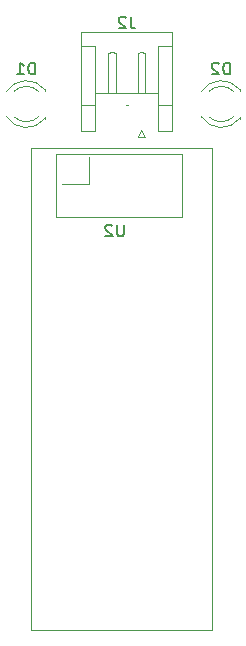
<source format=gbr>
%TF.GenerationSoftware,KiCad,Pcbnew,(6.0.11)*%
%TF.CreationDate,2023-02-26T16:40:05+01:00*%
%TF.ProjectId,OpenDTU_Breakout,4f70656e-4454-4555-9f42-7265616b6f75,rev?*%
%TF.SameCoordinates,Original*%
%TF.FileFunction,Legend,Bot*%
%TF.FilePolarity,Positive*%
%FSLAX46Y46*%
G04 Gerber Fmt 4.6, Leading zero omitted, Abs format (unit mm)*
G04 Created by KiCad (PCBNEW (6.0.11)) date 2023-02-26 16:40:05*
%MOMM*%
%LPD*%
G01*
G04 APERTURE LIST*
%ADD10C,0.150000*%
%ADD11C,0.120000*%
G04 APERTURE END LIST*
D10*
%TO.C,D2*%
X142743095Y-86992380D02*
X142743095Y-85992380D01*
X142505000Y-85992380D01*
X142362142Y-86040000D01*
X142266904Y-86135238D01*
X142219285Y-86230476D01*
X142171666Y-86420952D01*
X142171666Y-86563809D01*
X142219285Y-86754285D01*
X142266904Y-86849523D01*
X142362142Y-86944761D01*
X142505000Y-86992380D01*
X142743095Y-86992380D01*
X141790714Y-86087619D02*
X141743095Y-86040000D01*
X141647857Y-85992380D01*
X141409761Y-85992380D01*
X141314523Y-86040000D01*
X141266904Y-86087619D01*
X141219285Y-86182857D01*
X141219285Y-86278095D01*
X141266904Y-86420952D01*
X141838333Y-86992380D01*
X141219285Y-86992380D01*
%TO.C,U2*%
X133761904Y-99702380D02*
X133761904Y-100511904D01*
X133714285Y-100607142D01*
X133666666Y-100654761D01*
X133571428Y-100702380D01*
X133380952Y-100702380D01*
X133285714Y-100654761D01*
X133238095Y-100607142D01*
X133190476Y-100511904D01*
X133190476Y-99702380D01*
X132761904Y-99797619D02*
X132714285Y-99750000D01*
X132619047Y-99702380D01*
X132380952Y-99702380D01*
X132285714Y-99750000D01*
X132238095Y-99797619D01*
X132190476Y-99892857D01*
X132190476Y-99988095D01*
X132238095Y-100130952D01*
X132809523Y-100702380D01*
X132190476Y-100702380D01*
%TO.C,J2*%
X134333333Y-82089880D02*
X134333333Y-82804166D01*
X134380952Y-82947023D01*
X134476190Y-83042261D01*
X134619047Y-83089880D01*
X134714285Y-83089880D01*
X133904761Y-82185119D02*
X133857142Y-82137500D01*
X133761904Y-82089880D01*
X133523809Y-82089880D01*
X133428571Y-82137500D01*
X133380952Y-82185119D01*
X133333333Y-82280357D01*
X133333333Y-82375595D01*
X133380952Y-82518452D01*
X133952380Y-83089880D01*
X133333333Y-83089880D01*
%TO.C,D1*%
X126243095Y-86992380D02*
X126243095Y-85992380D01*
X126005000Y-85992380D01*
X125862142Y-86040000D01*
X125766904Y-86135238D01*
X125719285Y-86230476D01*
X125671666Y-86420952D01*
X125671666Y-86563809D01*
X125719285Y-86754285D01*
X125766904Y-86849523D01*
X125862142Y-86944761D01*
X126005000Y-86992380D01*
X126243095Y-86992380D01*
X124719285Y-86992380D02*
X125290714Y-86992380D01*
X125005000Y-86992380D02*
X125005000Y-85992380D01*
X125100238Y-86135238D01*
X125195476Y-86230476D01*
X125290714Y-86278095D01*
D11*
%TO.C,D2*%
X143565000Y-88264000D02*
X143565000Y-88420000D01*
X143565000Y-90580000D02*
X143565000Y-90736000D01*
X143045961Y-88420000D02*
G75*
G03*
X140963870Y-88420163I-1040961J-1080000D01*
G01*
X143565000Y-88264484D02*
G75*
G03*
X140332665Y-88421392I-1560000J-1235516D01*
G01*
X140332665Y-90578608D02*
G75*
G03*
X143565000Y-90735516I1672335J1078608D01*
G01*
X140963870Y-90579837D02*
G75*
G03*
X143045961Y-90580000I1041130J1079837D01*
G01*
%TO.C,U2*%
X130770000Y-96270000D02*
X130770000Y-93984000D01*
X138644000Y-99064000D02*
X138644000Y-93730000D01*
X138644000Y-93730000D02*
X127976000Y-93730000D01*
X128484000Y-96270000D02*
X130770000Y-96270000D01*
X130770000Y-93984000D02*
X130770000Y-93984000D01*
X127976000Y-93730000D02*
X127976000Y-99064000D01*
X138644000Y-93730000D02*
X138644000Y-93730000D01*
X127976000Y-93730000D02*
X127976000Y-93730000D01*
X127976000Y-99064000D02*
X138644000Y-99064000D01*
X125900000Y-93222000D02*
X141200000Y-93222000D01*
X141200000Y-93222000D02*
X141200000Y-134022000D01*
X141200000Y-134022000D02*
X125900000Y-134022000D01*
X125900000Y-134022000D02*
X125900000Y-93222000D01*
%TO.C,J2*%
X136640000Y-89580000D02*
X137860000Y-89580000D01*
X132750000Y-88580000D02*
X133070000Y-88580000D01*
X135250000Y-91670000D02*
X135550000Y-92270000D01*
X134930000Y-88580000D02*
X135250000Y-88580000D01*
X135550000Y-92270000D02*
X134950000Y-92270000D01*
X137860000Y-83360000D02*
X130140000Y-83360000D01*
X136640000Y-88580000D02*
X131360000Y-88580000D01*
X133070000Y-85160000D02*
X132750000Y-85080000D01*
X132430000Y-85160000D02*
X132430000Y-88580000D01*
X131360000Y-89580000D02*
X130140000Y-89580000D01*
X134080000Y-89580000D02*
X133920000Y-89580000D01*
X136640000Y-91780000D02*
X137860000Y-91780000D01*
X134950000Y-92270000D02*
X135250000Y-91670000D01*
X131360000Y-84580000D02*
X131360000Y-89580000D01*
X135570000Y-85160000D02*
X135250000Y-85080000D01*
X136640000Y-89580000D02*
X136640000Y-91780000D01*
X132430000Y-88580000D02*
X132750000Y-88580000D01*
X130140000Y-83360000D02*
X130140000Y-91780000D01*
X135250000Y-85080000D02*
X134930000Y-85160000D01*
X134930000Y-85160000D02*
X134930000Y-88580000D01*
X136640000Y-84580000D02*
X136640000Y-89580000D01*
X137860000Y-84580000D02*
X136640000Y-84580000D01*
X130140000Y-91780000D02*
X131360000Y-91780000D01*
X135250000Y-88580000D02*
X135570000Y-88580000D01*
X137860000Y-91780000D02*
X137860000Y-83360000D01*
X132750000Y-85080000D02*
X132430000Y-85160000D01*
X130140000Y-84580000D02*
X131360000Y-84580000D01*
X131360000Y-91780000D02*
X131360000Y-89580000D01*
X135570000Y-88580000D02*
X135570000Y-85160000D01*
X133070000Y-88580000D02*
X133070000Y-85160000D01*
%TO.C,D1*%
X127065000Y-90580000D02*
X127065000Y-90736000D01*
X127065000Y-88264000D02*
X127065000Y-88420000D01*
X126545961Y-88420000D02*
G75*
G03*
X124463870Y-88420163I-1040961J-1080000D01*
G01*
X127065000Y-88264484D02*
G75*
G03*
X123832665Y-88421392I-1560000J-1235516D01*
G01*
X124463870Y-90579837D02*
G75*
G03*
X126545961Y-90580000I1041130J1079837D01*
G01*
X123832665Y-90578608D02*
G75*
G03*
X127065000Y-90735516I1672335J1078608D01*
G01*
%TD*%
M02*

</source>
